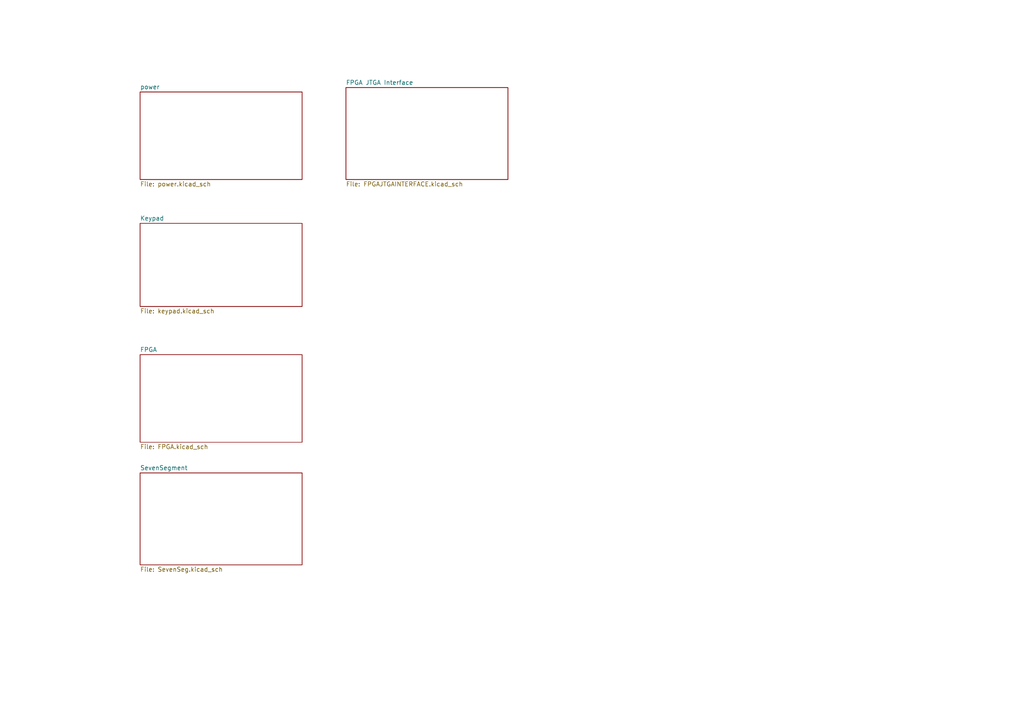
<source format=kicad_sch>
(kicad_sch (version 20230121) (generator eeschema)

  (uuid c551c393-3eaa-493e-8775-6217daf7eece)

  (paper "A4")

  (title_block
    (title "CALCULATOR")
    (date "2023-06-15")
  )

  (lib_symbols
  )


  (sheet (at 40.64 26.67) (size 46.99 25.4) (fields_autoplaced)
    (stroke (width 0.1524) (type solid))
    (fill (color 0 0 0 0.0000))
    (uuid 1db0f28c-5fb3-4726-8407-1a011b80b783)
    (property "Sheetname" "power" (at 40.64 25.9584 0)
      (effects (font (size 1.27 1.27)) (justify left bottom))
    )
    (property "Sheetfile" "power.kicad_sch" (at 40.64 52.6546 0)
      (effects (font (size 1.27 1.27)) (justify left top))
    )
    (instances
      (project "calculator"
        (path "/c551c393-3eaa-493e-8775-6217daf7eece" (page "2"))
      )
    )
  )

  (sheet (at 40.64 137.16) (size 46.99 26.67) (fields_autoplaced)
    (stroke (width 0.1524) (type solid))
    (fill (color 0 0 0 0.0000))
    (uuid 22d7aced-bce9-4b38-9713-01e05f22f544)
    (property "Sheetname" "SevenSegment" (at 40.64 136.4484 0)
      (effects (font (size 1.27 1.27)) (justify left bottom))
    )
    (property "Sheetfile" "SevenSeg.kicad_sch" (at 40.64 164.4146 0)
      (effects (font (size 1.27 1.27)) (justify left top))
    )
    (instances
      (project "calculator"
        (path "/c551c393-3eaa-493e-8775-6217daf7eece" (page "5"))
      )
    )
  )

  (sheet (at 40.64 102.87) (size 46.99 25.4) (fields_autoplaced)
    (stroke (width 0.1524) (type solid))
    (fill (color 0 0 0 0.0000))
    (uuid 9f2b5747-4299-4088-bf93-b5072a66a565)
    (property "Sheetname" "FPGA" (at 40.64 102.1584 0)
      (effects (font (size 1.27 1.27)) (justify left bottom))
    )
    (property "Sheetfile" "FPGA.kicad_sch" (at 40.64 128.8546 0)
      (effects (font (size 1.27 1.27)) (justify left top))
    )
    (instances
      (project "calculator"
        (path "/c551c393-3eaa-493e-8775-6217daf7eece" (page "4"))
      )
    )
  )

  (sheet (at 40.64 64.77) (size 46.99 24.13) (fields_autoplaced)
    (stroke (width 0.1524) (type solid))
    (fill (color 0 0 0 0.0000))
    (uuid cbb934fa-8251-40d5-911c-ccb6ddf30dce)
    (property "Sheetname" "Keypad" (at 40.64 64.0584 0)
      (effects (font (size 1.27 1.27)) (justify left bottom))
    )
    (property "Sheetfile" "keypad.kicad_sch" (at 40.64 89.4846 0)
      (effects (font (size 1.27 1.27)) (justify left top))
    )
    (instances
      (project "calculator"
        (path "/c551c393-3eaa-493e-8775-6217daf7eece" (page "3"))
      )
    )
  )

  (sheet (at 100.33 25.4) (size 46.99 26.67) (fields_autoplaced)
    (stroke (width 0.1524) (type solid))
    (fill (color 0 0 0 0.0000))
    (uuid f6e432d8-c269-4d21-b44a-a6421cab76d0)
    (property "Sheetname" "FPGA JTGA Interface" (at 100.33 24.6884 0)
      (effects (font (size 1.27 1.27)) (justify left bottom))
    )
    (property "Sheetfile" "FPGAJTGAINTERFACE.kicad_sch" (at 100.33 52.6546 0)
      (effects (font (size 1.27 1.27)) (justify left top))
    )
    (instances
      (project "calculator"
        (path "/c551c393-3eaa-493e-8775-6217daf7eece" (page "6"))
      )
    )
  )

  (sheet_instances
    (path "/" (page "2"))
  )
)

</source>
